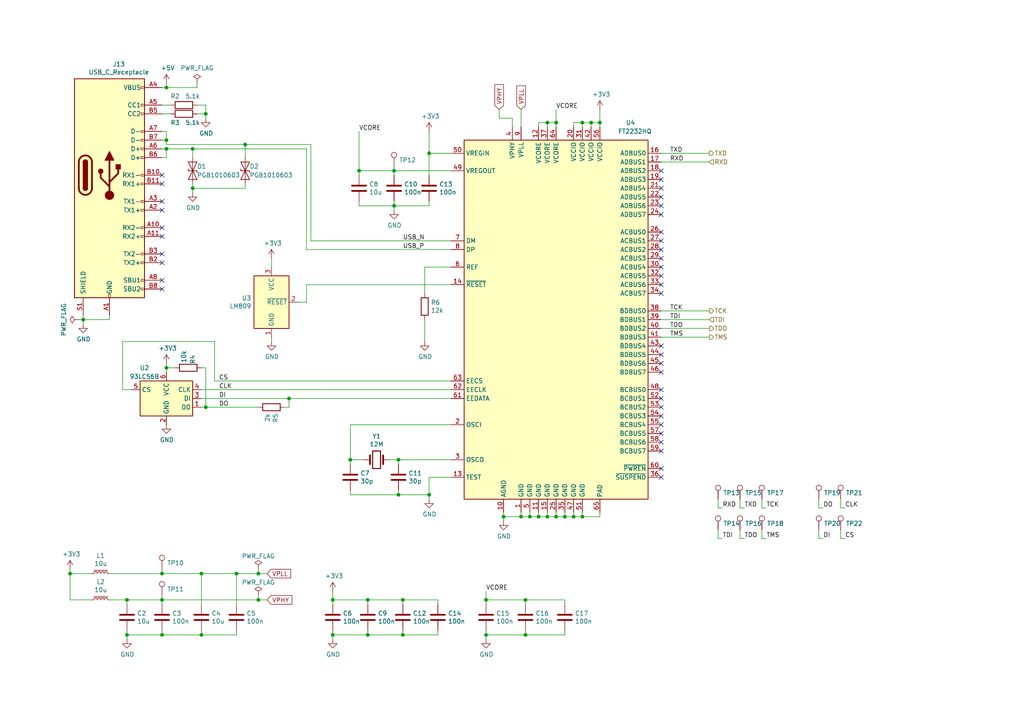
<source format=kicad_sch>
(kicad_sch (version 20211123) (generator eeschema)
  (paper "A4")
  (title_block (title "Debugger UART") (date "2022-02-28"))
  (lib_symbols
    (symbol "Connector:TestPoint" (pin_numbers hide) (pin_names (offset 0.762) hide)
      (property "Reference" "TP" (at 0 6.858 0))
      (property "Value" "Connector_TestPoint" (at 0 5.08 0))
      (symbol "TestPoint_0_1"
        (circle (center 0 3.302) (radius 0.762))
      )
      (symbol "TestPoint_1_1"
        (pin passive line (at 0 0 90) (length 2.54) (name "1") (number "1"))
      )
    )
    (symbol "Connector:USB_C_Receptacle" (pin_names (offset 1.016))
      (property "Reference" "J" (at -10.16 29.21 0))
      (property "Value" "Connector_USB_C_Receptacle" (at 10.16 29.21 0))
      (symbol "USB_C_Receptacle_0_0"
        (rectangle (start -0.254 -35.56) (end 0.254 -34.544))
        (rectangle (start 10.16 -32.766) (end 9.144 -33.274))
        (rectangle (start 10.16 -30.226) (end 9.144 -30.734))
        (rectangle (start 10.16 -25.146) (end 9.144 -25.654))
        (rectangle (start 10.16 -22.606) (end 9.144 -23.114))
        (rectangle (start 10.16 -17.526) (end 9.144 -18.034))
        (rectangle (start 10.16 -14.986) (end 9.144 -15.494))
        (rectangle (start 10.16 -9.906) (end 9.144 -10.414))
        (rectangle (start 10.16 -7.366) (end 9.144 -7.874))
        (rectangle (start 10.16 -2.286) (end 9.144 -2.794))
        (rectangle (start 10.16 0.254) (end 9.144 -0.254))
        (rectangle (start 10.16 5.334) (end 9.144 4.826))
        (rectangle (start 10.16 7.874) (end 9.144 7.366))
        (rectangle (start 10.16 10.414) (end 9.144 9.906))
        (rectangle (start 10.16 12.954) (end 9.144 12.446))
        (rectangle (start 10.16 18.034) (end 9.144 17.526))
        (rectangle (start 10.16 20.574) (end 9.144 20.066))
        (rectangle (start 10.16 25.654) (end 9.144 25.146))
      )
      (symbol "USB_C_Receptacle_0_1"
        (rectangle (start -10.16 27.94) (end 10.16 -35.56) (stroke (width 0.254)) (fill (type background)))
        (arc (start -8.89 -3.81) (mid -6.985 -5.715) (end -5.08 -3.81) (stroke (width 0.508)))
        (arc (start -7.62 -3.81) (mid -6.985 -4.445) (end -6.35 -3.81) (stroke (width 0.254)))
        (arc (start -7.62 -3.81) (mid -6.985 -4.445) (end -6.35 -3.81) (stroke (width 0.254)) (fill (type outline)))
        (rectangle (start -7.62 -3.81) (end -6.35 3.81) (stroke (width 0.254)) (fill (type outline)))
        (arc (start -6.35 3.81) (mid -6.985 4.445) (end -7.62 3.81) (stroke (width 0.254)))
        (arc (start -6.35 3.81) (mid -6.985 4.445) (end -7.62 3.81) (stroke (width 0.254)) (fill (type outline)))
        (arc (start -5.08 3.81) (mid -6.985 5.715) (end -8.89 3.81) (stroke (width 0.508)))
        (polyline (pts (xy -8.89 -3.81) (xy -8.89 3.81)) (stroke (width 0.508)))
        (polyline (pts (xy -5.08 3.81) (xy -5.08 -3.81)) (stroke (width 0.508)))
      )
      (symbol "USB_C_Receptacle_1_1"
        (circle (center -2.54 1.143) (radius 0.635) (stroke (width 0.254)) (fill (type outline)))
        (circle (center 0 -5.842) (radius 1.27) (fill (type outline)))
        (polyline (pts (xy 0 -5.842) (xy 0 4.318)) (stroke (width 0.508)))
        (polyline (pts (xy 0 -3.302) (xy -2.54 -0.762) (xy -2.54 0.508)) (stroke (width 0.508)))
        (polyline (pts (xy 0 -2.032) (xy 2.54 0.508) (xy 2.54 1.778)) (stroke (width 0.508)))
        (polyline (pts (xy -1.27 4.318) (xy 0 6.858) (xy 1.27 4.318) (xy -1.27 4.318)) (stroke (width 0.254)) (fill (type outline)))
        (rectangle (start 1.905 1.778) (end 3.175 3.048) (stroke (width 0.254)) (fill (type outline)))
        (pin power_in line (at 0 -40.64 90) (length 5.08) (name "GND") (number "A1"))
        (pin bidirectional line (at 15.24 -15.24 180) (length 5.08) (name "RX2-") (number "A10"))
        (pin bidirectional line (at 15.24 -17.78 180) (length 5.08) (name "RX2+") (number "A11"))
        (pin passive line (at 0 -40.64 90) (length 5.08) hide (name "GND") (number "A12"))
        (pin bidirectional line (at 15.24 -10.16 180) (length 5.08) (name "TX1+") (number "A2"))
        (pin bidirectional line (at 15.24 -7.62 180) (length 5.08) (name "TX1-") (number "A3"))
        (pin power_in line (at 15.24 25.4 180) (length 5.08) (name "VBUS") (number "A4"))
        (pin bidirectional line (at 15.24 20.32 180) (length 5.08) (name "CC1") (number "A5"))
        (pin bidirectional line (at 15.24 7.62 180) (length 5.08) (name "D+") (number "A6"))
        (pin bidirectional line (at 15.24 12.7 180) (length 5.08) (name "D-") (number "A7"))
        (pin bidirectional line (at 15.24 -30.48 180) (length 5.08) (name "SBU1") (number "A8"))
        (pin passive line (at 15.24 25.4 180) (length 5.08) hide (name "VBUS") (number "A9"))
        (pin passive line (at 0 -40.64 90) (length 5.08) hide (name "GND") (number "B1"))
        (pin bidirectional line (at 15.24 0 180) (length 5.08) (name "RX1-") (number "B10"))
        (pin bidirectional line (at 15.24 -2.54 180) (length 5.08) (name "RX1+") (number "B11"))
        (pin passive line (at 0 -40.64 90) (length 5.08) hide (name "GND") (number "B12"))
        (pin bidirectional line (at 15.24 -25.4 180) (length 5.08) (name "TX2+") (number "B2"))
        (pin bidirectional line (at 15.24 -22.86 180) (length 5.08) (name "TX2-") (number "B3"))
        (pin passive line (at 15.24 25.4 180) (length 5.08) hide (name "VBUS") (number "B4"))
        (pin bidirectional line (at 15.24 17.78 180) (length 5.08) (name "CC2") (number "B5"))
        (pin bidirectional line (at 15.24 5.08 180) (length 5.08) (name "D+") (number "B6"))
        (pin bidirectional line (at 15.24 10.16 180) (length 5.08) (name "D-") (number "B7"))
        (pin bidirectional line (at 15.24 -33.02 180) (length 5.08) (name "SBU2") (number "B8"))
        (pin passive line (at 15.24 25.4 180) (length 5.08) hide (name "VBUS") (number "B9"))
        (pin passive line (at -7.62 -40.64 90) (length 5.08) (name "SHIELD") (number "S1"))
      )
    )
    (symbol "Device:C" (pin_numbers hide) (pin_names (offset 0.254))
      (property "Reference" "C" (at 0.635 2.54 0))
      (property "Value" "Device_C" (at 0.635 -2.54 0))
      (symbol "C_0_1"
        (polyline (pts (xy -2.032 -0.762) (xy 2.032 -0.762)) (stroke (width 0.508)))
        (polyline (pts (xy -2.032 0.762) (xy 2.032 0.762)) (stroke (width 0.508)))
      )
      (symbol "C_1_1"
        (pin passive line (at 0 3.81 270) (length 2.794) (name "~") (number "1"))
        (pin passive line (at 0 -3.81 90) (length 2.794) (name "~") (number "2"))
      )
    )
    (symbol "Device:Crystal" (pin_numbers hide) (pin_names (offset 1.016) hide)
      (property "Reference" "Y" (at 0 3.81 0))
      (property "Value" "Device_Crystal" (at 0 -3.81 0))
      (symbol "Crystal_0_1"
        (rectangle (start -1.143 2.54) (end 1.143 -2.54) (stroke (width 0.3048)))
        (polyline (pts (xy -2.54 0) (xy -1.905 0)))
        (polyline (pts (xy -1.905 -1.27) (xy -1.905 1.27)) (stroke (width 0.508)))
        (polyline (pts (xy 1.905 -1.27) (xy 1.905 1.27)) (stroke (width 0.508)))
        (polyline (pts (xy 2.54 0) (xy 1.905 0)))
      )
      (symbol "Crystal_1_1"
        (pin passive line (at -3.81 0 0) (length 1.27) (name "1") (number "1"))
        (pin passive line (at 3.81 0 180) (length 1.27) (name "2") (number "2"))
      )
    )
    (symbol "Device:D_TVS" (pin_numbers hide) (pin_names (offset 1.016) hide)
      (property "Reference" "D" (at 0 2.54 0))
      (property "Value" "Device_D_TVS" (at 0 -2.54 0))
      (symbol "D_TVS_0_1"
        (polyline (pts (xy 1.27 0) (xy -1.27 0)))
        (polyline (pts (xy -2.54 -1.27) (xy 0 0) (xy -2.54 1.27) (xy -2.54 -1.27)) (stroke (width 0.2032)))
        (polyline (pts (xy 0.508 1.27) (xy 0 1.27) (xy 0 -1.27) (xy -0.508 -1.27)) (stroke (width 0.2032)))
        (polyline (pts (xy 2.54 1.27) (xy 2.54 -1.27) (xy 0 0) (xy 2.54 1.27)) (stroke (width 0.2032)))
      )
      (symbol "D_TVS_1_1"
        (pin passive line (at -3.81 0 0) (length 2.54) (name "A1") (number "1"))
        (pin passive line (at 3.81 0 180) (length 2.54) (name "A2") (number "2"))
      )
    )
    (symbol "Device:L_Core_Ferrite_Small" (pin_numbers hide) (pin_names (offset 0.254) hide)
      (property "Reference" "L" (at 1.27 1.016 0))
      (property "Value" "Device_L_Core_Ferrite_Small" (at 1.27 -1.27 0))
      (symbol "L_Core_Ferrite_Small_0_1"
        (arc (start 0 -2.032) (mid 0.508 -1.524) (end 0 -1.016))
        (arc (start 0 -1.016) (mid 0.508 -0.508) (end 0 0))
        (polyline (pts (xy 0.762 -1.905) (xy 0.762 -1.651)))
        (polyline (pts (xy 0.762 -1.397) (xy 0.762 -1.143)))
        (polyline (pts (xy 0.762 -0.889) (xy 0.762 -0.635)))
        (polyline (pts (xy 0.762 -0.381) (xy 0.762 -0.127)))
        (polyline (pts (xy 0.762 0.127) (xy 0.762 0.381)))
        (polyline (pts (xy 0.762 0.635) (xy 0.762 0.889)))
        (polyline (pts (xy 0.762 1.143) (xy 0.762 1.397)))
        (polyline (pts (xy 0.762 1.651) (xy 0.762 1.905)))
        (polyline (pts (xy 1.016 -1.651) (xy 1.016 -1.905)))
        (polyline (pts (xy 1.016 -1.143) (xy 1.016 -1.397)))
        (polyline (pts (xy 1.016 -0.635) (xy 1.016 -0.889)))
        (polyline (pts (xy 1.016 -0.127) (xy 1.016 -0.381)))
        (polyline (pts (xy 1.016 0.381) (xy 1.016 0.127)))
        (polyline (pts (xy 1.016 0.889) (xy 1.016 0.635)))
        (polyline (pts (xy 1.016 1.397) (xy 1.016 1.143)))
        (polyline (pts (xy 1.016 1.905) (xy 1.016 1.651)))
        (arc (start 0 0) (mid 0.508 0.508) (end 0 1.016))
        (arc (start 0 1.016) (mid 0.508 1.524) (end 0 2.032))
      )
      (symbol "L_Core_Ferrite_Small_1_1"
        (pin passive line (at 0 2.54 270) (length 0.508) (name "~") (number "1"))
        (pin passive line (at 0 -2.54 90) (length 0.508) (name "~") (number "2"))
      )
    )
    (symbol "Device:R" (pin_numbers hide) (pin_names (offset 0))
      (property "Reference" "R" (at 2.032 0 90))
      (property "Value" "Device_R" (at 0 0 90))
      (symbol "R_0_1"
        (rectangle (start -1.016 -2.54) (end 1.016 2.54) (stroke (width 0.254)))
      )
      (symbol "R_1_1"
        (pin passive line (at 0 3.81 270) (length 1.27) (name "~") (number "1"))
        (pin passive line (at 0 -3.81 90) (length 1.27) (name "~") (number "2"))
      )
    )
    (symbol "FT2232HQ:FT2232HQ"
      (property "Reference" "U" (at -26.67 53.34 0))
      (property "Value" "FT2232HQ" (at 19.05 53.34 0))
      (symbol "FT2232HQ_0_1"
        (rectangle (start -26.67 -52.07) (end 26.67 52.07) (stroke (width 0.254)) (fill (type background)))
      )
      (symbol "FT2232HQ_1_1"
        (pin power_in line (at -10.16 -55.88 90) (length 3.81) (name "GND") (number "1"))
        (pin power_in line (at -15.24 -55.88 90) (length 3.81) (name "AGND") (number "10"))
        (pin power_in line (at -5.08 -55.88 90) (length 3.81) (name "GND") (number "11"))
        (pin power_in line (at -5.08 55.88 270) (length 3.81) (name "VCORE") (number "12"))
        (pin input line (at -30.48 -45.72 0) (length 3.81) (name "TEST") (number "13"))
        (pin input line (at -30.48 10.16 0) (length 3.81) (name "~{RESET}") (number "14"))
        (pin power_in line (at -2.54 -55.88 90) (length 3.81) (name "GND") (number "15"))
        (pin bidirectional line (at 30.48 48.26 180) (length 3.81) (name "ADBUS0") (number "16"))
        (pin bidirectional line (at 30.48 45.72 180) (length 3.81) (name "ADBUS1") (number "17"))
        (pin bidirectional line (at 30.48 43.18 180) (length 3.81) (name "ADBUS2") (number "18"))
        (pin bidirectional line (at 30.48 40.64 180) (length 3.81) (name "ADBUS3") (number "19"))
        (pin input line (at -30.48 -30.48 0) (length 3.81) (name "OSCI") (number "2"))
        (pin power_in line (at 5.08 55.88 270) (length 3.81) (name "VCCIO") (number "20"))
        (pin bidirectional line (at 30.48 38.1 180) (length 3.81) (name "ADBUS4") (number "21"))
        (pin bidirectional line (at 30.48 35.56 180) (length 3.81) (name "ADBUS5") (number "22"))
        (pin bidirectional line (at 30.48 33.02 180) (length 3.81) (name "ADBUS6") (number "23"))
        (pin bidirectional line (at 30.48 30.48 180) (length 3.81) (name "ADBUS7") (number "24"))
        (pin power_in line (at 0 -55.88 90) (length 3.81) (name "GND") (number "25"))
        (pin bidirectional line (at 30.48 25.4 180) (length 3.81) (name "ACBUS0") (number "26"))
        (pin bidirectional line (at 30.48 22.86 180) (length 3.81) (name "ACBUS1") (number "27"))
        (pin bidirectional line (at 30.48 20.32 180) (length 3.81) (name "ACBUS2") (number "28"))
        (pin bidirectional line (at 30.48 17.78 180) (length 3.81) (name "ACBUS3") (number "29"))
        (pin output line (at -30.48 -40.64 0) (length 3.81) (name "OSCO") (number "3"))
        (pin bidirectional line (at 30.48 15.24 180) (length 3.81) (name "ACBUS4") (number "30"))
        (pin power_in line (at 7.62 55.88 270) (length 3.81) (name "VCCIO") (number "31"))
        (pin bidirectional line (at 30.48 12.7 180) (length 3.81) (name "ACBUS5") (number "32"))
        (pin bidirectional line (at 30.48 10.16 180) (length 3.81) (name "ACBUS6") (number "33"))
        (pin bidirectional line (at 30.48 7.62 180) (length 3.81) (name "ACBUS7") (number "34"))
        (pin power_in line (at 2.54 -55.88 90) (length 3.81) (name "GND") (number "35"))
        (pin output line (at 30.48 -45.72 180) (length 3.81) (name "~{SUSPEND}") (number "36"))
        (pin power_in line (at -2.54 55.88 270) (length 3.81) (name "VCORE") (number "37"))
        (pin bidirectional line (at 30.48 2.54 180) (length 3.81) (name "BDBUS0") (number "38"))
        (pin bidirectional line (at 30.48 0 180) (length 3.81) (name "BDBUS1") (number "39"))
        (pin power_in line (at -12.7 55.88 270) (length 3.81) (name "VPHY") (number "4"))
        (pin bidirectional line (at 30.48 -2.54 180) (length 3.81) (name "BDBUS2") (number "40"))
        (pin bidirectional line (at 30.48 -5.08 180) (length 3.81) (name "BDBUS3") (number "41"))
        (pin power_in line (at 10.16 55.88 270) (length 3.81) (name "VCCIO") (number "42"))
        (pin bidirectional line (at 30.48 -7.62 180) (length 3.81) (name "BDBUS4") (number "43"))
        (pin bidirectional line (at 30.48 -10.16 180) (length 3.81) (name "BDBUS5") (number "44"))
        (pin bidirectional line (at 30.48 -12.7 180) (length 3.81) (name "BDBUS6") (number "45"))
        (pin bidirectional line (at 30.48 -15.24 180) (length 3.81) (name "BDBUS7") (number "46"))
        (pin power_in line (at 5.08 -55.88 90) (length 3.81) (name "GND") (number "47"))
        (pin bidirectional line (at 30.48 -20.32 180) (length 3.81) (name "BCBUS0") (number "48"))
        (pin power_out line (at -30.48 43.18 0) (length 3.81) (name "VREGOUT") (number "49"))
        (pin power_in line (at -7.62 -55.88 90) (length 3.81) (name "GND") (number "5"))
        (pin power_in line (at -30.48 48.26 0) (length 3.81) (name "VREGIN") (number "50"))
        (pin power_in line (at 7.62 -55.88 90) (length 3.81) (name "GND") (number "51"))
        (pin bidirectional line (at 30.48 -22.86 180) (length 3.81) (name "BCBUS1") (number "52"))
        (pin bidirectional line (at 30.48 -25.4 180) (length 3.81) (name "BCBUS2") (number "53"))
        (pin bidirectional line (at 30.48 -27.94 180) (length 3.81) (name "BCBUS3") (number "54"))
        (pin bidirectional line (at 30.48 -30.48 180) (length 3.81) (name "BCBUS4") (number "55"))
        (pin power_in line (at 12.7 55.88 270) (length 3.81) (name "VCCIO") (number "56"))
        (pin bidirectional line (at 30.48 -33.02 180) (length 3.81) (name "BCBUS5") (number "57"))
        (pin bidirectional line (at 30.48 -35.56 180) (length 3.81) (name "BCBUS6") (number "58"))
        (pin bidirectional line (at 30.48 -38.1 180) (length 3.81) (name "BCBUS7") (number "59"))
        (pin output line (at -30.48 15.24 0) (length 3.81) (name "REF") (number "6"))
        (pin output line (at 30.48 -43.18 180) (length 3.81) (name "~{PWREN}") (number "60"))
        (pin bidirectional line (at -30.48 -22.86 0) (length 3.81) (name "EEDATA") (number "61"))
        (pin output line (at -30.48 -20.32 0) (length 3.81) (name "EECLK") (number "62"))
        (pin output line (at -30.48 -17.78 0) (length 3.81) (name "EECS") (number "63"))
        (pin power_in line (at 0 55.88 270) (length 3.81) (name "VCORE") (number "64"))
        (pin power_in line (at 12.7 -55.88 90) (length 3.81) (name "PAD") (number "65"))
        (pin bidirectional line (at -30.48 22.86 0) (length 3.81) (name "DM") (number "7"))
        (pin bidirectional line (at -30.48 20.32 0) (length 3.81) (name "DP") (number "8"))
        (pin input line (at -10.16 55.88 270) (length 3.81) (name "VPLL") (number "9"))
      )
    )
    (symbol "Memory_EEPROM:93LCxxBxxOT"
      (property "Reference" "U" (at -6.35 6.35 0))
      (property "Value" "Memory_EEPROM_93LCxxBxxOT" (at 7.62 -6.35 0))
      (symbol "93LCxxBxxOT_0_1"
        (rectangle (start -7.62 5.08) (end 7.62 -5.08) (stroke (width 0.254)) (fill (type background)))
      )
      (symbol "93LCxxBxxOT_1_1"
        (pin tri_state line (at 10.16 -2.54 180) (length 2.54) (name "DO") (number "1"))
        (pin power_in line (at 0 -7.62 90) (length 2.54) (name "GND") (number "2"))
        (pin input line (at 10.16 0 180) (length 2.54) (name "DI") (number "3"))
        (pin input line (at 10.16 2.54 180) (length 2.54) (name "CLK") (number "4"))
        (pin input line (at -10.16 2.54 0) (length 2.54) (name "CS") (number "5"))
        (pin power_in line (at 0 7.62 270) (length 2.54) (name "VCC") (number "6"))
      )
    )
    (symbol "Power_Supervisor:LM809"
      (property "Reference" "U" (at 2.54 12.7 0))
      (property "Value" "Power_Supervisor_LM809" (at 5.08 10.16 0))
      (symbol "LM809_0_1"
        (rectangle (start 5.08 7.62) (end -5.08 -7.62) (stroke (width 0.254)) (fill (type background)))
      )
      (symbol "LM809_1_1"
        (pin power_in line (at 0 -10.16 90) (length 2.54) (name "GND") (number "1"))
        (pin output line (at 7.62 0 180) (length 2.54) (name "~{RESET}") (number "2"))
        (pin power_in line (at 0 10.16 270) (length 2.54) (name "VCC") (number "3"))
      )
    )
    (symbol "power:+3.3V" (power) (pin_names (offset 0))
      (property "Value" "power_+3.3V" (at 0 3.556 0))
      (symbol "+3.3V_0_1"
        (polyline (pts (xy -0.762 1.27) (xy 0 2.54)))
        (polyline (pts (xy 0 0) (xy 0 2.54)))
        (polyline (pts (xy 0 2.54) (xy 0.762 1.27)))
      )
      (symbol "+3.3V_1_1"
        (pin power_in line (at 0 0 90) (length 0) hide (name "+3V3") (number "1"))
      )
    )
    (symbol "power:+5V" (power) (pin_names (offset 0))
      (property "Value" "power_+5V" (at 0 3.556 0))
      (symbol "+5V_0_1"
        (polyline (pts (xy -0.762 1.27) (xy 0 2.54)))
        (polyline (pts (xy 0 0) (xy 0 2.54)))
        (polyline (pts (xy 0 2.54) (xy 0.762 1.27)))
      )
      (symbol "+5V_1_1"
        (pin power_in line (at 0 0 90) (length 0) hide (name "+5V") (number "1"))
      )
    )
    (symbol "power:GND" (power) (pin_names (offset 0))
      (property "Value" "power_GND" (at 0 -3.81 0))
      (symbol "GND_0_1"
        (polyline (pts (xy 0 0) (xy 0 -1.27) (xy 1.27 -1.27) (xy 0 -2.54) (xy -1.27 -1.27) (xy 0 -1.27)))
      )
      (symbol "GND_1_1"
        (pin power_in line (at 0 0 270) (length 0) hide (name "GND") (number "1"))
      )
    )
    (symbol "power:PWR_FLAG" (power) (pin_numbers hide) (pin_names (offset 0) hide)
      (property "Value" "power_PWR_FLAG" (at 0 3.81 0))
      (symbol "PWR_FLAG_0_0"
        (pin power_out line (at 0 0 90) (length 0) (name "pwr") (number "1"))
      )
      (symbol "PWR_FLAG_0_1"
        (polyline (pts (xy 0 0) (xy 0 1.27) (xy -1.016 1.905) (xy 0 2.54) (xy 1.016 1.905) (xy 0 1.27)))
      )
    )
  )
  (junction (at 48.26 43.18))
  (junction (at 59.69 118.11))
  (junction (at 48.26 106.68))
  (junction (at 152.4 184.15))
  (junction (at 48.26 40.64))
  (junction (at 101.6 133.35))
  (junction (at 46.99 166.37))
  (junction (at 68.58 166.37))
  (junction (at 158.75 149.86))
  (junction (at 55.88 54.61))
  (junction (at 74.93 166.37))
  (junction (at 104.14 49.53))
  (junction (at 140.97 173.99))
  (junction (at 20.32 166.37))
  (junction (at 166.37 149.86))
  (junction (at 153.67 149.86))
  (junction (at 152.4 173.99))
  (junction (at 161.29 35.56))
  (junction (at 115.57 133.35))
  (junction (at 24.13 92.71))
  (junction (at 163.83 149.86))
  (junction (at 46.99 173.99))
  (junction (at 36.83 173.99))
  (junction (at 114.3 49.53))
  (junction (at 96.52 184.15))
  (junction (at 83.82 115.57))
  (junction (at 171.45 35.56))
  (junction (at 168.91 35.56))
  (junction (at 161.29 149.86))
  (junction (at 173.99 35.56))
  (junction (at 58.42 184.15))
  (junction (at 146.05 149.86))
  (junction (at 96.52 173.99))
  (junction (at 114.3 59.69))
  (junction (at 116.84 173.99))
  (junction (at 106.68 173.99))
  (junction (at 71.12 41.91))
  (junction (at 48.26 25.4))
  (junction (at 115.57 143.51))
  (junction (at 124.46 44.45))
  (junction (at 36.83 184.15))
  (junction (at 58.42 166.37))
  (junction (at 168.91 149.86))
  (junction (at 140.97 184.15))
  (junction (at 151.13 149.86))
  (junction (at 124.46 143.51))
  (junction (at 59.69 33.02))
  (junction (at 74.93 173.99))
  (junction (at 55.88 43.18))
  (junction (at 116.84 184.15))
  (junction (at 106.68 184.15))
  (junction (at 158.75 35.56))
  (junction (at 46.99 184.15))
  (junction (at 156.21 149.86))
  (no_connect (at 191.77 62.23))
  (no_connect (at 191.77 69.85))
  (no_connect (at 191.77 130.81))
  (no_connect (at 191.77 57.15))
  (no_connect (at 46.99 68.58))
  (no_connect (at 46.99 83.82))
  (no_connect (at 191.77 77.47))
  (no_connect (at 191.77 54.61))
  (no_connect (at 46.99 58.42))
  (no_connect (at 191.77 118.11))
  (no_connect (at 191.77 59.69))
  (no_connect (at 191.77 107.95))
  (no_connect (at 191.77 102.87))
  (no_connect (at 46.99 81.28))
  (no_connect (at 46.99 66.04))
  (no_connect (at 191.77 113.03))
  (no_connect (at 191.77 80.01))
  (no_connect (at 191.77 135.89))
  (no_connect (at 191.77 138.43))
  (no_connect (at 46.99 53.34))
  (no_connect (at 191.77 82.55))
  (no_connect (at 191.77 85.09))
  (no_connect (at 191.77 74.93))
  (no_connect (at 191.77 49.53))
  (no_connect (at 46.99 60.96))
  (no_connect (at 191.77 125.73))
  (no_connect (at 191.77 100.33))
  (no_connect (at 191.77 52.07))
  (no_connect (at 191.77 115.57))
  (no_connect (at 191.77 128.27))
  (no_connect (at 191.77 72.39))
  (no_connect (at 191.77 105.41))
  (no_connect (at 46.99 76.2))
  (no_connect (at 46.99 50.8))
  (no_connect (at 46.99 73.66))
  (no_connect (at 191.77 120.65))
  (no_connect (at 191.77 67.31))
  (no_connect (at 191.77 123.19))
  (wire (pts (xy 156.21 148.59) (xy 156.21 149.86)))
  (wire (pts (xy 101.6 123.19) (xy 101.6 133.35)))
  (wire (pts (xy 156.21 149.86) (xy 153.67 149.86)))
  (wire (pts (xy 20.32 173.99) (xy 26.67 173.99)))
  (wire (pts (xy 62.23 99.06) (xy 62.23 110.49)))
  (wire (pts (xy 115.57 143.51) (xy 124.46 143.51)))
  (wire (pts (xy 127 182.88) (xy 127 184.15)))
  (wire (pts (xy 214.63 156.21) (xy 215.9 156.21)))
  (wire (pts (xy 124.46 44.45) (xy 124.46 50.8)))
  (wire (pts (xy 152.4 182.88) (xy 152.4 184.15)))
  (wire (pts (xy 78.74 99.06) (xy 78.74 97.79)))
  (wire (pts (xy 71.12 41.91) (xy 71.12 45.72)))
  (wire (pts (xy 48.26 43.18) (xy 55.88 43.18)))
  (wire (pts (xy 106.68 175.26) (xy 106.68 173.99)))
  (wire (pts (xy 20.32 166.37) (xy 20.32 173.99)))
  (wire (pts (xy 46.99 33.02) (xy 49.53 33.02)))
  (wire (pts (xy 83.82 115.57) (xy 58.42 115.57)))
  (wire (pts (xy 101.6 142.24) (xy 101.6 143.51)))
  (wire (pts (xy 243.84 156.21) (xy 245.11 156.21)))
  (wire (pts (xy 123.19 92.71) (xy 123.19 99.06)))
  (wire (pts (xy 237.49 156.21) (xy 238.76 156.21)))
  (wire (pts (xy 106.68 182.88) (xy 106.68 184.15)))
  (wire (pts (xy 123.19 77.47) (xy 123.19 85.09)))
  (wire (pts (xy 124.46 44.45) (xy 124.46 38.1)))
  (wire (pts (xy 46.99 182.88) (xy 46.99 184.15)))
  (wire (pts (xy 153.67 149.86) (xy 153.67 148.59)))
  (wire (pts (xy 48.26 105.41) (xy 48.26 106.68)))
  (wire (pts (xy 24.13 91.44) (xy 24.13 92.71)))
  (wire (pts (xy 115.57 133.35) (xy 130.81 133.35)))
  (wire (pts (xy 57.15 24.13) (xy 57.15 25.4)))
  (wire (pts (xy 163.83 184.15) (xy 152.4 184.15)))
  (wire (pts (xy 58.42 113.03) (xy 130.81 113.03)))
  (wire (pts (xy 163.83 182.88) (xy 163.83 184.15)))
  (wire (pts (xy 151.13 148.59) (xy 151.13 149.86)))
  (wire (pts (xy 115.57 133.35) (xy 115.57 134.62)))
  (wire (pts (xy 114.3 49.53) (xy 104.14 49.53)))
  (wire (pts (xy 74.93 173.99) (xy 77.47 173.99)))
  (wire (pts (xy 106.68 184.15) (xy 116.84 184.15)))
  (wire (pts (xy 243.84 144.78) (xy 243.84 147.32)))
  (wire (pts (xy 148.59 34.29) (xy 144.78 34.29)))
  (wire (pts (xy 220.98 147.32) (xy 222.25 147.32)))
  (wire (pts (xy 124.46 44.45) (xy 130.81 44.45)))
  (wire (pts (xy 88.9 72.39) (xy 130.81 72.39)))
  (wire (pts (xy 168.91 149.86) (xy 166.37 149.86)))
  (wire (pts (xy 208.28 156.21) (xy 209.55 156.21)))
  (wire (pts (xy 168.91 148.59) (xy 168.91 149.86)))
  (wire (pts (xy 48.26 106.68) (xy 48.26 107.95)))
  (wire (pts (xy 46.99 38.1) (xy 48.26 38.1)))
  (wire (pts (xy 124.46 58.42) (xy 124.46 59.69)))
  (wire (pts (xy 140.97 173.99) (xy 140.97 175.26)))
  (wire (pts (xy 46.99 166.37) (xy 58.42 166.37)))
  (wire (pts (xy 163.83 173.99) (xy 163.83 175.26)))
  (wire (pts (xy 48.26 40.64) (xy 46.99 40.64)))
  (wire (pts (xy 35.56 99.06) (xy 62.23 99.06)))
  (wire (pts (xy 124.46 143.51) (xy 124.46 144.78)))
  (wire (pts (xy 115.57 142.24) (xy 115.57 143.51)))
  (wire (pts (xy 71.12 53.34) (xy 71.12 54.61)))
  (wire (pts (xy 146.05 148.59) (xy 146.05 149.86)))
  (wire (pts (xy 116.84 173.99) (xy 106.68 173.99)))
  (wire (pts (xy 96.52 173.99) (xy 96.52 171.45)))
  (wire (pts (xy 50.8 106.68) (xy 48.26 106.68)))
  (wire (pts (xy 57.15 25.4) (xy 48.26 25.4)))
  (wire (pts (xy 220.98 156.21) (xy 222.25 156.21)))
  (wire (pts (xy 152.4 173.99) (xy 163.83 173.99)))
  (wire (pts (xy 59.69 33.02) (xy 59.69 34.29)))
  (wire (pts (xy 71.12 54.61) (xy 55.88 54.61)))
  (wire (pts (xy 220.98 153.67) (xy 220.98 156.21)))
  (wire (pts (xy 46.99 43.18) (xy 48.26 43.18)))
  (wire (pts (xy 101.6 123.19) (xy 130.81 123.19)))
  (wire (pts (xy 68.58 166.37) (xy 74.93 166.37)))
  (wire (pts (xy 31.75 166.37) (xy 46.99 166.37)))
  (wire (pts (xy 208.28 153.67) (xy 208.28 156.21)))
  (wire (pts (xy 104.14 38.1) (xy 104.14 49.53)))
  (wire (pts (xy 158.75 149.86) (xy 156.21 149.86)))
  (wire (pts (xy 171.45 35.56) (xy 173.99 35.56)))
  (wire (pts (xy 208.28 147.32) (xy 208.28 144.78)))
  (wire (pts (xy 46.99 184.15) (xy 36.83 184.15)))
  (wire (pts (xy 173.99 35.56) (xy 173.99 31.75)))
  (wire (pts (xy 48.26 45.72) (xy 46.99 45.72)))
  (wire (pts (xy 220.98 144.78) (xy 220.98 147.32)))
  (wire (pts (xy 78.74 74.93) (xy 78.74 77.47)))
  (wire (pts (xy 116.84 175.26) (xy 116.84 173.99)))
  (wire (pts (xy 68.58 175.26) (xy 68.58 166.37)))
  (wire (pts (xy 59.69 106.68) (xy 59.69 118.11)))
  (wire (pts (xy 46.99 173.99) (xy 74.93 173.99)))
  (wire (pts (xy 90.17 41.91) (xy 90.17 69.85)))
  (wire (pts (xy 237.49 153.67) (xy 237.49 156.21)))
  (wire (pts (xy 114.3 50.8) (xy 114.3 49.53)))
  (wire (pts (xy 62.23 110.49) (xy 130.81 110.49)))
  (wire (pts (xy 114.3 59.69) (xy 114.3 60.96)))
  (wire (pts (xy 58.42 184.15) (xy 46.99 184.15)))
  (wire (pts (xy 114.3 49.53) (xy 130.81 49.53)))
  (wire (pts (xy 173.99 149.86) (xy 168.91 149.86)))
  (wire (pts (xy 191.77 97.79) (xy 205.74 97.79)))
  (wire (pts (xy 106.68 173.99) (xy 96.52 173.99)))
  (wire (pts (xy 74.93 166.37) (xy 77.47 166.37)))
  (wire (pts (xy 191.77 90.17) (xy 205.74 90.17)))
  (wire (pts (xy 140.97 184.15) (xy 152.4 184.15)))
  (wire (pts (xy 191.77 92.71) (xy 205.74 92.71)))
  (wire (pts (xy 74.93 165.1) (xy 74.93 166.37)))
  (wire (pts (xy 59.69 30.48) (xy 59.69 33.02)))
  (wire (pts (xy 22.86 92.71) (xy 24.13 92.71)))
  (wire (pts (xy 156.21 36.83) (xy 156.21 35.56)))
  (wire (pts (xy 101.6 133.35) (xy 105.41 133.35)))
  (wire (pts (xy 58.42 166.37) (xy 58.42 175.26)))
  (wire (pts (xy 88.9 87.63) (xy 88.9 82.55)))
  (wire (pts (xy 74.93 172.72) (xy 74.93 173.99)))
  (wire (pts (xy 151.13 149.86) (xy 146.05 149.86)))
  (wire (pts (xy 163.83 149.86) (xy 161.29 149.86)))
  (wire (pts (xy 144.78 34.29) (xy 144.78 31.75)))
  (wire (pts (xy 38.1 113.03) (xy 35.56 113.03)))
  (wire (pts (xy 158.75 35.56) (xy 161.29 35.56)))
  (wire (pts (xy 243.84 147.32) (xy 245.11 147.32)))
  (wire (pts (xy 104.14 59.69) (xy 114.3 59.69)))
  (wire (pts (xy 48.26 41.91) (xy 48.26 40.64)))
  (wire (pts (xy 31.75 92.71) (xy 24.13 92.71)))
  (wire (pts (xy 166.37 36.83) (xy 166.37 35.56)))
  (wire (pts (xy 35.56 99.06) (xy 35.56 113.03)))
  (wire (pts (xy 104.14 49.53) (xy 104.14 50.8)))
  (wire (pts (xy 36.83 184.15) (xy 36.83 185.42)))
  (wire (pts (xy 173.99 36.83) (xy 173.99 35.56)))
  (wire (pts (xy 166.37 149.86) (xy 163.83 149.86)))
  (wire (pts (xy 191.77 44.45) (xy 205.74 44.45)))
  (wire (pts (xy 57.15 33.02) (xy 59.69 33.02)))
  (wire (pts (xy 46.99 173.99) (xy 46.99 175.26)))
  (wire (pts (xy 127 184.15) (xy 116.84 184.15)))
  (wire (pts (xy 151.13 36.83) (xy 151.13 31.75)))
  (wire (pts (xy 127 173.99) (xy 116.84 173.99)))
  (wire (pts (xy 48.26 38.1) (xy 48.26 40.64)))
  (wire (pts (xy 161.29 148.59) (xy 161.29 149.86)))
  (wire (pts (xy 48.26 41.91) (xy 71.12 41.91)))
  (wire (pts (xy 140.97 171.45) (xy 140.97 173.99)))
  (wire (pts (xy 124.46 59.69) (xy 114.3 59.69)))
  (wire (pts (xy 96.52 182.88) (xy 96.52 184.15)))
  (wire (pts (xy 146.05 149.86) (xy 146.05 151.13)))
  (wire (pts (xy 173.99 148.59) (xy 173.99 149.86)))
  (wire (pts (xy 58.42 166.37) (xy 68.58 166.37)))
  (wire (pts (xy 86.36 87.63) (xy 88.9 87.63)))
  (wire (pts (xy 243.84 153.67) (xy 243.84 156.21)))
  (wire (pts (xy 124.46 138.43) (xy 124.46 143.51)))
  (wire (pts (xy 153.67 149.86) (xy 151.13 149.86)))
  (wire (pts (xy 152.4 173.99) (xy 152.4 175.26)))
  (wire (pts (xy 48.26 43.18) (xy 48.26 45.72)))
  (wire (pts (xy 237.49 147.32) (xy 238.76 147.32)))
  (wire (pts (xy 96.52 185.42) (xy 96.52 184.15)))
  (wire (pts (xy 166.37 35.56) (xy 168.91 35.56)))
  (wire (pts (xy 48.26 24.13) (xy 48.26 25.4)))
  (wire (pts (xy 55.88 54.61) (xy 55.88 55.88)))
  (wire (pts (xy 55.88 43.18) (xy 88.9 43.18)))
  (wire (pts (xy 48.26 25.4) (xy 46.99 25.4)))
  (wire (pts (xy 214.63 147.32) (xy 215.9 147.32)))
  (wire (pts (xy 156.21 35.56) (xy 158.75 35.56)))
  (wire (pts (xy 114.3 58.42) (xy 114.3 59.69)))
  (wire (pts (xy 46.99 172.72) (xy 46.99 173.99)))
  (wire (pts (xy 24.13 92.71) (xy 24.13 93.98)))
  (wire (pts (xy 82.55 118.11) (xy 83.82 118.11)))
  (wire (pts (xy 158.75 36.83) (xy 158.75 35.56)))
  (wire (pts (xy 96.52 175.26) (xy 96.52 173.99)))
  (wire (pts (xy 163.83 149.86) (xy 163.83 148.59)))
  (wire (pts (xy 49.53 30.48) (xy 46.99 30.48)))
  (wire (pts (xy 36.83 173.99) (xy 46.99 173.99)))
  (wire (pts (xy 209.55 147.32) (xy 208.28 147.32)))
  (wire (pts (xy 55.88 45.72) (xy 55.88 43.18)))
  (wire (pts (xy 36.83 182.88) (xy 36.83 184.15)))
  (wire (pts (xy 148.59 36.83) (xy 148.59 34.29)))
  (wire (pts (xy 68.58 182.88) (xy 68.58 184.15)))
  (wire (pts (xy 161.29 31.75) (xy 161.29 35.56)))
  (wire (pts (xy 20.32 165.1) (xy 20.32 166.37)))
  (wire (pts (xy 113.03 133.35) (xy 115.57 133.35)))
  (wire (pts (xy 114.3 48.26) (xy 114.3 49.53)))
  (wire (pts (xy 237.49 144.78) (xy 237.49 147.32)))
  (wire (pts (xy 88.9 43.18) (xy 88.9 72.39)))
  (wire (pts (xy 20.32 166.37) (xy 26.67 166.37)))
  (wire (pts (xy 168.91 36.83) (xy 168.91 35.56)))
  (wire (pts (xy 59.69 118.11) (xy 74.93 118.11)))
  (wire (pts (xy 127 175.26) (xy 127 173.99)))
  (wire (pts (xy 158.75 149.86) (xy 158.75 148.59)))
  (wire (pts (xy 161.29 149.86) (xy 158.75 149.86)))
  (wire (pts (xy 116.84 182.88) (xy 116.84 184.15)))
  (wire (pts (xy 101.6 143.51) (xy 115.57 143.51)))
  (wire (pts (xy 130.81 77.47) (xy 123.19 77.47)))
  (wire (pts (xy 161.29 35.56) (xy 161.29 36.83)))
  (wire (pts (xy 83.82 118.11) (xy 83.82 115.57)))
  (wire (pts (xy 166.37 148.59) (xy 166.37 149.86)))
  (wire (pts (xy 140.97 182.88) (xy 140.97 184.15)))
  (wire (pts (xy 88.9 82.55) (xy 130.81 82.55)))
  (wire (pts (xy 168.91 35.56) (xy 171.45 35.56)))
  (wire (pts (xy 214.63 153.67) (xy 214.63 156.21)))
  (wire (pts (xy 68.58 184.15) (xy 58.42 184.15)))
  (wire (pts (xy 31.75 173.99) (xy 36.83 173.99)))
  (wire (pts (xy 191.77 95.25) (xy 205.74 95.25)))
  (wire (pts (xy 58.42 182.88) (xy 58.42 184.15)))
  (wire (pts (xy 140.97 184.15) (xy 140.97 185.42)))
  (wire (pts (xy 57.15 30.48) (xy 59.69 30.48)))
  (wire (pts (xy 46.99 165.1) (xy 46.99 166.37)))
  (wire (pts (xy 140.97 173.99) (xy 152.4 173.99)))
  (wire (pts (xy 36.83 173.99) (xy 36.83 175.26)))
  (wire (pts (xy 31.75 91.44) (xy 31.75 92.71)))
  (wire (pts (xy 58.42 106.68) (xy 59.69 106.68)))
  (wire (pts (xy 104.14 58.42) (xy 104.14 59.69)))
  (wire (pts (xy 191.77 46.99) (xy 205.74 46.99)))
  (wire (pts (xy 124.46 138.43) (xy 130.81 138.43)))
  (wire (pts (xy 214.63 144.78) (xy 214.63 147.32)))
  (wire (pts (xy 83.82 115.57) (xy 130.81 115.57)))
  (wire (pts (xy 71.12 41.91) (xy 90.17 41.91)))
  (wire (pts (xy 58.42 118.11) (xy 59.69 118.11)))
  (wire (pts (xy 101.6 133.35) (xy 101.6 134.62)))
  (wire (pts (xy 96.52 184.15) (xy 106.68 184.15)))
  (wire (pts (xy 171.45 36.83) (xy 171.45 35.56)))
  (wire (pts (xy 55.88 53.34) (xy 55.88 54.61)))
  (wire (pts (xy 130.81 69.85) (xy 90.17 69.85)))
  (label "TXD" (at 215.9 147.32 0))
  (label "USB_P" (at 116.84 72.39 0))
  (label "TXD" (at 194.31 44.45 0))
  (label "CLK" (at 63.5 113.03 0))
  (label "TDO" (at 215.9 156.21 0))
  (label "VCORE" (at 140.97 171.45 0))
  (label "USB_N" (at 116.84 69.85 0))
  (label "TMS" (at 194.31 97.79 0))
  (label "RXD" (at 209.55 147.32 0))
  (label "TCK" (at 194.31 90.17 0))
  (label "TDI" (at 209.55 156.21 0))
  (label "DI" (at 238.76 156.21 0))
  (label "DO" (at 63.5 118.11 0))
  (label "TDO" (at 194.31 95.25 0))
  (label "TMS" (at 222.25 156.21 0))
  (label "VCORE" (at 161.29 31.75 0))
  (label "CS" (at 63.5 110.49 0))
  (label "RXD" (at 194.31 46.99 0))
  (label "TCK" (at 222.25 147.32 0))
  (label "CLK" (at 245.11 147.32 0))
  (label "CS" (at 245.11 156.21 0))
  (label "VCORE" (at 104.14 38.1 0))
  (label "DO" (at 238.76 147.32 0))
  (label "TDI" (at 194.31 92.71 0))
  (label "DI" (at 63.5 115.57 0))
  (global_label "VPLL" (shape input) (at 151.13 31.75 90) (property "Referenzen zwischen Schaltplänen" "${INTERSHEET_REFS}" (effects hide)))
  (global_label "VPLL" (shape input) (at 77.47 166.37 0) (property "Referenzen zwischen Schaltplänen" "${INTERSHEET_REFS}" (effects hide)))
  (global_label "VPHY" (shape input) (at 77.47 173.99 0) (property "Referenzen zwischen Schaltplänen" "${INTERSHEET_REFS}" (effects hide)))
  (global_label "VPHY" (shape input) (at 144.78 31.75 90) (property "Referenzen zwischen Schaltplänen" "${INTERSHEET_REFS}" (effects hide)))
  (hierarchical_label "TCK" (shape output) (at 205.74 90.17 0))
  (hierarchical_label "TMS" (shape output) (at 205.74 97.79 0))
  (hierarchical_label "RXD" (shape input) (at 205.74 46.99 0))
  (hierarchical_label "TXD" (shape output) (at 205.74 44.45 0))
  (hierarchical_label "TDI" (shape input) (at 205.74 92.71 0))
  (hierarchical_label "TDO" (shape output) (at 205.74 95.25 0))
  (symbol (lib_id "power:GND") (at 24.13 93.98 0) (unit 1)
    (property "Reference" "#PWR041" (effects hide))
    (property "Value" "GND" (at 24.257 98.3742 0))
  )
  (symbol (lib_id "power:+3.3V") (at 173.99 31.75 0) (unit 1)
    (property "Reference" "#PWR058" (effects hide))
    (property "Value" "+3.3V" (at 174.371 27.3558 0))
  )
  (symbol (lib_id "power:+3.3V") (at 96.52 171.45 0) (unit 1)
    (property "Reference" "#PWR050" (effects hide))
    (property "Value" "+3.3V" (at 96.901 167.0558 0))
  )
  (symbol (lib_id "power:+3.3V") (at 48.26 105.41 0) (unit 1)
    (property "Reference" "#PWR044" (effects hide))
    (property "Value" "+3.3V" (at 48.641 101.0158 0))
  )
  (symbol (lib_id "Device:D_TVS") (at 71.12 49.53 270) (unit 1)
    (property "Reference" "D2" (at 72.39 48.26 90) (effects (justify left)))
    (property "Value" "PGB1010603" (at 72.39 50.8 90) (effects (justify left)))
    (property "Footprint" "Diode_SMD:D_0603_1608Metric" (effects hide))
    (property "Lieferant" "Mouser" (effects hide))
    (property "Bestellnummer" "576-PGB1010603NRHF " (effects hide))
    (property "Url" "https://www.mouser.de/ProductDetail/Littelfuse/PGB1010603NRHF/?qs=%2Fha2pyFadughwx0xFJNw0xW%252BmMPJ1p40TQaMbmDIA2Kr98wnJNY4PZm999PxtOqO" (effects hide))
  )
  (symbol (lib_id "Device:D_TVS") (at 55.88 49.53 270) (unit 1)
    (property "Reference" "D1" (at 57.15 48.26 90) (effects (justify left)))
    (property "Value" "PGB1010603" (at 57.15 50.8 90) (effects (justify left)))
    (property "Footprint" "Diode_SMD:D_0603_1608Metric" (effects hide))
    (property "Lieferant" "Mouser" (effects hide))
    (property "Bestellnummer" "576-PGB1010603NRHF " (effects hide))
    (property "Url" "https://www.mouser.de/ProductDetail/Littelfuse/PGB1010603NRHF/?qs=%2Fha2pyFadughwx0xFJNw0xW%252BmMPJ1p40TQaMbmDIA2Kr98wnJNY4PZm999PxtOqO" (effects hide))
  )
  (symbol (lib_id "power:GND") (at 140.97 185.42 0) (unit 1)
    (property "Reference" "#PWR056" (effects hide))
    (property "Value" "GND" (at 141.097 189.8142 0))
  )
  (symbol (lib_id "power:GND") (at 96.52 185.42 0) (unit 1)
    (property "Reference" "#PWR051" (effects hide))
    (property "Value" "GND" (at 96.647 189.8142 0))
  )
  (symbol (lib_id "Memory_EEPROM:93LCxxBxxOT") (at 48.26 115.57 0) (unit 1)
    (property "Reference" "U2" (at 41.91 106.68 0))
    (property "Value" "93LC56B" (at 41.91 109.22 0))
    (property "Footprint" "Package_TO_SOT_SMD:SOT-23-6" (effects hide))
    (property "Datasheet" "http://ww1.microchip.com/downloads/en/DeviceDoc/20001749K.pdf" (effects hide))
    (property "Lieferant" "Mouser" (effects hide))
    (property "Bestellnummer" "579-93LC56BT-I/OT" (effects hide))
    (property "Url" "https://www.mouser.de/ProductDetail/Microchip-Technology/93LC56BT-I-OT/?qs=%2Fha2pyFadugFVX7%2Fkebss2ih2bBDBDnxlpM25xrtZvH3B40grcYCvA%3D%3D" (effects hide))
  )
  (symbol (lib_id "power:GND") (at 55.88 55.88 0) (unit 1)
    (property "Reference" "#PWR046" (effects hide))
    (property "Value" "GND" (at 56.007 60.2742 0))
  )
  (symbol (lib_id "Device:R") (at 123.19 88.9 0) (unit 1)
    (property "Reference" "R6" (at 124.968 87.7316 0) (effects (justify left)))
    (property "Value" "12k" (at 124.968 90.043 0) (effects (justify left)))
    (property "Footprint" "Resistor_SMD:R_0603_1608Metric" (effects hide))
  )
  (symbol (lib_id "Device:R") (at 78.74 118.11 270) (unit 1)
    (property "Reference" "R5" (at 79.9084 119.888 0) (effects (justify left)))
    (property "Value" "2k" (at 77.597 119.888 0) (effects (justify left)))
    (property "Footprint" "Resistor_SMD:R_0603_1608Metric" (effects hide))
  )
  (symbol (lib_id "power:GND") (at 48.26 123.19 0) (unit 1)
    (property "Reference" "#PWR045" (effects hide))
    (property "Value" "GND" (at 48.387 127.5842 0))
  )
  (symbol (lib_id "Device:C") (at 124.46 54.61 0) (unit 1)
    (property "Reference" "C13" (at 127.381 53.4416 0) (effects (justify left)))
    (property "Value" "100n" (at 127.381 55.753 0) (effects (justify left)))
    (property "Footprint" "Capacitor_SMD:C_0603_1608Metric" (effects hide))
  )
  (symbol (lib_id "Device:C") (at 114.3 54.61 0) (unit 1)
    (property "Reference" "C10" (at 117.221 53.4416 0) (effects (justify left)))
    (property "Value" "100n" (at 117.221 55.753 0) (effects (justify left)))
    (property "Footprint" "Capacitor_SMD:C_0603_1608Metric" (effects hide))
  )
  (symbol (lib_id "Device:C") (at 104.14 54.61 0) (unit 1)
    (property "Reference" "C8" (at 107.061 53.4416 0) (effects (justify left)))
    (property "Value" "10u" (at 107.061 55.753 0) (effects (justify left)))
    (property "Footprint" "Capacitor_SMD:C_0603_1608Metric" (effects hide))
    (property "Lieferant" "Mouser" (effects hide))
    (property "Bestellnummer" "963-GMK107BBJ475KA-T" (effects hide))
    (property "Url" "https://www.mouser.de/ProductDetail/Taiyo-Yuden/GMK107BBJ475KA-T/?qs=%2Fha2pyFadugfgsXIlkotQ35AD3ne621I1MSZNVbMsIejWIrBcvQl4hNYahLfVeFF" (effects hide))
  )
  (symbol (lib_id "Device:R") (at 54.61 106.68 270) (unit 1)
    (property "Reference" "R4" (at 55.88 102.87 0) (effects (justify left)))
    (property "Value" "10k" (at 53.34 101.6 0) (effects (justify left)))
    (property "Footprint" "Resistor_SMD:R_0603_1608Metric" (effects hide))
  )
  (symbol (lib_id "power:GND") (at 114.3 60.96 0) (unit 1)
    (property "Reference" "#PWR052" (effects hide))
    (property "Value" "GND" (at 114.427 65.3542 0))
  )
  (symbol (lib_id "power:+3.3V") (at 124.46 38.1 0) (unit 1)
    (property "Reference" "#PWR054" (effects hide))
    (property "Value" "+3.3V" (at 124.841 33.7058 0))
  )
  (symbol (lib_id "Device:Crystal") (at 109.22 133.35 0) (unit 1)
    (property "Reference" "Y1" (at 109.22 126.5428 0))
    (property "Value" "12M" (at 109.22 128.8542 0))
    (property "Footprint" "Crystal:Crystal_SMD_5032-2Pin_5.0x3.2mm" (effects hide))
    (property "Datasheet" "https://www.mouser.ch/datasheet/2/115/diodes_inc_diod-s-a0003385864-1-1749043.pdf" (effects hide))
    (property "Lieferant" "Mouser" (effects hide))
    (property "Bestellnummer" "729-F91200083 " (effects hide))
    (property "Url" "https://www.mouser.de/ProductDetail/Diodes-Incorporated/F91200083/?qs=%2Fha2pyFaduhf4hYGvekZYKr%2FzFT1chlDDHonGX%2FnDMXTmUjWDNp4bA%3D%3D" (effects hide))
  )
  (symbol (lib_id "Device:C") (at 96.52 179.07 0) (unit 1)
    (property "Reference" "C6" (at 99.441 177.9016 0) (effects (justify left)))
    (property "Value" "100n" (at 99.441 180.213 0) (effects (justify left)))
    (property "Footprint" "Capacitor_SMD:C_0603_1608Metric" (effects hide))
  )
  (symbol (lib_id "power:GND") (at 124.46 144.78 0) (unit 1)
    (property "Reference" "#PWR055" (effects hide))
    (property "Value" "GND" (at 124.587 149.1742 0))
  )
  (symbol (lib_id "Device:C") (at 101.6 138.43 0) (unit 1)
    (property "Reference" "C7" (at 104.521 137.2616 0) (effects (justify left)))
    (property "Value" "30p" (at 104.521 139.573 0) (effects (justify left)))
    (property "Footprint" "Capacitor_SMD:C_0603_1608Metric" (effects hide))
    (property "Lieferant" "Mouser" (effects hide))
    (property "Bestellnummer" "581-06035A300J " (effects hide))
    (property "Url" "https://www.mouser.de/ProductDetail/AVX/06035A300JAT2A/?qs=yuhjMS%2FIYxYp690hzqRzIg%3D%3D" (effects hide))
  )
  (symbol (lib_id "power:GND") (at 123.19 99.06 0) (unit 1)
    (property "Reference" "#PWR053" (effects hide))
    (property "Value" "GND" (at 123.317 103.4542 0))
  )
  (symbol (lib_id "Device:C") (at 106.68 179.07 0) (unit 1)
    (property "Reference" "C9" (at 109.601 177.9016 0) (effects (justify left)))
    (property "Value" "100n" (at 109.601 180.213 0) (effects (justify left)))
    (property "Footprint" "Capacitor_SMD:C_0603_1608Metric" (effects hide))
  )
  (symbol (lib_id "Device:C") (at 116.84 179.07 0) (unit 1)
    (property "Reference" "C12" (at 119.761 177.9016 0) (effects (justify left)))
    (property "Value" "100n" (at 119.761 180.213 0) (effects (justify left)))
    (property "Footprint" "Capacitor_SMD:C_0603_1608Metric" (effects hide))
  )
  (symbol (lib_id "Device:C") (at 127 179.07 0) (unit 1)
    (property "Reference" "C14" (at 129.921 177.9016 0) (effects (justify left)))
    (property "Value" "100n" (at 129.921 180.213 0) (effects (justify left)))
    (property "Footprint" "Capacitor_SMD:C_0603_1608Metric" (effects hide))
  )
  (symbol (lib_id "Device:C") (at 152.4 179.07 0) (unit 1)
    (property "Reference" "C16" (at 155.321 177.9016 0) (effects (justify left)))
    (property "Value" "100n" (at 155.321 180.213 0) (effects (justify left)))
    (property "Footprint" "Capacitor_SMD:C_0603_1608Metric" (effects hide))
  )
  (symbol (lib_id "Device:C") (at 163.83 179.07 0) (unit 1)
    (property "Reference" "C17" (at 166.751 177.9016 0) (effects (justify left)))
    (property "Value" "100n" (at 166.751 180.213 0) (effects (justify left)))
    (property "Footprint" "Capacitor_SMD:C_0603_1608Metric" (effects hide))
  )
  (symbol (lib_id "Device:C") (at 140.97 179.07 0) (unit 1)
    (property "Reference" "C15" (at 143.891 177.9016 0) (effects (justify left)))
    (property "Value" "100n" (at 143.891 180.213 0) (effects (justify left)))
    (property "Footprint" "Capacitor_SMD:C_0603_1608Metric" (effects hide))
  )
  (symbol (lib_id "power:+3.3V") (at 78.74 74.93 0) (unit 1)
    (property "Reference" "#PWR048" (effects hide))
    (property "Value" "+3.3V" (at 79.121 70.5358 0))
  )
  (symbol (lib_id "Device:C") (at 115.57 138.43 0) (unit 1)
    (property "Reference" "C11" (at 118.491 137.2616 0) (effects (justify left)))
    (property "Value" "30p" (at 118.491 139.573 0) (effects (justify left)))
    (property "Footprint" "Capacitor_SMD:C_0603_1608Metric" (effects hide))
    (property "Lieferant" "Mouser" (effects hide))
    (property "Bestellnummer" "581-06035A300J " (effects hide))
    (property "Url" "https://www.mouser.de/ProductDetail/AVX/06035A300JAT2A/?qs=yuhjMS%2FIYxYp690hzqRzIg%3D%3D" (effects hide))
  )
  (symbol (lib_id "Power_Supervisor:LM809") (at 78.74 87.63 0) (unit 1)
    (property "Reference" "U3" (at 72.898 86.4616 0) (effects (justify right)))
    (property "Value" "LM809" (at 72.898 88.773 0) (effects (justify right)))
    (property "Footprint" "Package_TO_SOT_SMD:SOT-23" (effects hide))
    (property "Datasheet" "http://www.ti.com/lit/ds/symlink/lm809.pdf" (effects hide))
    (property "Lieferant" "Mouser" (effects hide))
    (property "Bestellnummer" "926-LM809M3-3.08NOPB " (effects hide))
    (property "Url" "https://www.mouser.de/ProductDetail/Texas-Instruments/LM809M3-308-NOPB/?qs=QbsRYf82W3GRzqP%252Bd94DWw%3D%3D" (effects hide))
  )
  (symbol (lib_id "Device:L_Core_Ferrite_Small") (at 29.21 166.37 90) (unit 1)
    (property "Reference" "L1" (at 29.21 161.163 90))
    (property "Value" "10u" (at 29.21 163.4744 90))
    (property "Footprint" "Inductor_SMD:L_1008_2520Metric" (effects hide))
    (property "Lieferant" "Mouser" (effects hide))
    (property "Bestellnummer" "710-74479887310A" (effects hide))
  )
  (symbol (lib_id "Device:L_Core_Ferrite_Small") (at 29.21 173.99 90) (unit 1)
    (property "Reference" "L2" (at 29.21 168.783 90))
    (property "Value" "10u" (at 29.21 171.0944 90))
    (property "Footprint" "Inductor_SMD:L_1008_2520Metric" (effects hide))
    (property "Lieferant" "Mouser" (effects hide))
    (property "Bestellnummer" "710-74479887310A" (effects hide))
  )
  (symbol (lib_id "Device:C") (at 36.83 179.07 0) (unit 1)
    (property "Reference" "C2" (at 39.751 177.9016 0) (effects (justify left)))
    (property "Value" "10u" (at 39.751 180.213 0) (effects (justify left)))
    (property "Footprint" "Capacitor_SMD:C_0603_1608Metric" (effects hide))
  )
  (symbol (lib_id "Device:C") (at 46.99 179.07 0) (unit 1)
    (property "Reference" "C3" (at 49.911 177.9016 0) (effects (justify left)))
    (property "Value" "100n" (at 49.911 180.213 0) (effects (justify left)))
    (property "Footprint" "Capacitor_SMD:C_0603_1608Metric" (effects hide))
  )
  (symbol (lib_id "Device:C") (at 58.42 179.07 0) (unit 1)
    (property "Reference" "C4" (at 61.341 177.9016 0) (effects (justify left)))
    (property "Value" "10u" (at 61.341 180.213 0) (effects (justify left)))
    (property "Footprint" "Capacitor_SMD:C_0603_1608Metric" (effects hide))
  )
  (symbol (lib_id "Device:C") (at 68.58 179.07 0) (unit 1)
    (property "Reference" "C5" (at 71.501 177.9016 0) (effects (justify left)))
    (property "Value" "100n" (at 71.501 180.213 0) (effects (justify left)))
    (property "Footprint" "Capacitor_SMD:C_0603_1608Metric" (effects hide))
  )
  (symbol (lib_id "power:+3.3V") (at 20.32 165.1 0) (unit 1)
    (property "Reference" "#PWR040" (effects hide))
    (property "Value" "+3.3V" (at 20.701 160.7058 0))
  )
  (symbol (lib_id "power:PWR_FLAG") (at 74.93 172.72 0) (unit 1)
    (property "Reference" "#FLG04" (effects hide))
    (property "Value" "PWR_FLAG" (at 74.93 168.91 0))
  )
  (symbol (lib_id "power:PWR_FLAG") (at 74.93 165.1 0) (unit 1)
    (property "Reference" "#FLG03" (effects hide))
    (property "Value" "PWR_FLAG" (at 74.93 161.29 0))
  )
  (symbol (lib_id "power:GND") (at 36.83 185.42 0) (unit 1)
    (property "Reference" "#PWR042" (effects hide))
    (property "Value" "GND" (at 36.957 189.8142 0))
  )
  (symbol (lib_id "power:GND") (at 146.05 151.13 0) (unit 1)
    (property "Reference" "#PWR057" (effects hide))
    (property "Value" "GND" (at 146.177 155.5242 0))
  )
  (symbol (lib_id "power:PWR_FLAG") (at 57.15 24.13 0) (unit 1)
    (property "Reference" "#FLG02" (effects hide))
    (property "Value" "PWR_FLAG" (at 57.15 19.7358 0))
  )
  (symbol (lib_id "Device:R") (at 53.34 30.48 270) (unit 1)
    (property "Reference" "R2" (at 50.8 27.94 90))
    (property "Value" "5.1k" (at 55.88 27.94 90))
    (property "Footprint" "Resistor_SMD:R_0603_1608Metric" (effects hide))
  )
  (symbol (lib_id "Device:R") (at 53.34 33.02 270) (unit 1)
    (property "Reference" "R3" (at 50.8 35.56 90))
    (property "Value" "5.1k" (at 55.88 35.56 90))
    (property "Footprint" "Resistor_SMD:R_0603_1608Metric" (effects hide))
  )
  (symbol (lib_id "power:GND") (at 59.69 34.29 0) (unit 1)
    (property "Reference" "#PWR047" (effects hide))
    (property "Value" "GND" (at 59.817 38.6842 0))
  )
  (symbol (lib_id "power:GND") (at 78.74 99.06 0) (unit 1)
    (property "Reference" "#PWR049" (effects hide))
    (property "Value" "GND" (at 78.867 103.4542 0))
  )
  (symbol (lib_id "Connector:TestPoint") (at 114.3 48.26 0) (unit 1)
    (property "Reference" "TP12" (at 115.7732 46.4312 0) (effects (justify left)))
    (property "Value" "TestPoint" (effects hide))
    (property "Footprint" "TestPoint:TestPoint_THTPad_D1.5mm_Drill0.7mm" (effects hide))
  )
  (symbol (lib_id "Connector:TestPoint") (at 46.99 165.1 0) (unit 1)
    (property "Reference" "TP10" (at 48.4632 163.2712 0) (effects (justify left)))
    (property "Value" "TestPoint" (effects hide))
    (property "Footprint" "TestPoint:TestPoint_THTPad_D1.5mm_Drill0.7mm" (effects hide))
  )
  (symbol (lib_id "Connector:TestPoint") (at 46.99 172.72 0) (unit 1)
    (property "Reference" "TP11" (at 48.4632 170.8912 0) (effects (justify left)))
    (property "Value" "TestPoint" (effects hide))
    (property "Footprint" "TestPoint:TestPoint_THTPad_D1.5mm_Drill0.7mm" (effects hide))
  )
  (symbol (lib_id "Connector:TestPoint") (at 214.63 144.78 0) (unit 1)
    (property "Reference" "TP15" (at 216.1032 142.9512 0) (effects (justify left)))
    (property "Value" "TestPoint" (effects hide))
    (property "Footprint" "TestPoint:TestPoint_THTPad_D1.5mm_Drill0.7mm" (effects hide))
  )
  (symbol (lib_id "Connector:TestPoint") (at 208.28 144.78 0) (unit 1)
    (property "Reference" "TP13" (at 209.7532 142.9512 0) (effects (justify left)))
    (property "Value" "TestPoint" (effects hide))
    (property "Footprint" "TestPoint:TestPoint_THTPad_D1.5mm_Drill0.7mm" (effects hide))
  )
  (symbol (lib_id "Connector:TestPoint") (at 220.98 144.78 0) (unit 1)
    (property "Reference" "TP17" (at 222.4532 142.9512 0) (effects (justify left)))
    (property "Value" "TestPoint" (effects hide))
    (property "Footprint" "TestPoint:TestPoint_THTPad_D1.5mm_Drill0.7mm" (effects hide))
  )
  (symbol (lib_id "Connector:TestPoint") (at 220.98 153.67 0) (unit 1)
    (property "Reference" "TP18" (at 222.4532 151.8412 0) (effects (justify left)))
    (property "Value" "TestPoint" (effects hide))
    (property "Footprint" "TestPoint:TestPoint_THTPad_D1.5mm_Drill0.7mm" (effects hide))
  )
  (symbol (lib_id "Connector:TestPoint") (at 214.63 153.67 0) (unit 1)
    (property "Reference" "TP16" (at 216.1032 151.8412 0) (effects (justify left)))
    (property "Value" "TestPoint" (effects hide))
    (property "Footprint" "TestPoint:TestPoint_THTPad_D1.5mm_Drill0.7mm" (effects hide))
  )
  (symbol (lib_id "Connector:TestPoint") (at 208.28 153.67 0) (unit 1)
    (property "Reference" "TP14" (at 209.7532 151.8412 0) (effects (justify left)))
    (property "Value" "TestPoint" (effects hide))
    (property "Footprint" "TestPoint:TestPoint_THTPad_D1.5mm_Drill0.7mm" (effects hide))
  )
  (symbol (lib_id "Connector:TestPoint") (at 237.49 144.78 0) (unit 1)
    (property "Reference" "TP19" (at 238.9632 142.9512 0) (effects (justify left)))
    (property "Value" "TestPoint" (effects hide))
    (property "Footprint" "TestPoint:TestPoint_THTPad_D1.5mm_Drill0.7mm" (effects hide))
  )
  (symbol (lib_id "Connector:TestPoint") (at 243.84 144.78 0) (unit 1)
    (property "Reference" "TP21" (at 245.3132 142.9512 0) (effects (justify left)))
    (property "Value" "TestPoint" (effects hide))
    (property "Footprint" "TestPoint:TestPoint_THTPad_D1.5mm_Drill0.7mm" (effects hide))
  )
  (symbol (lib_id "Connector:TestPoint") (at 237.49 153.67 0) (unit 1)
    (property "Reference" "TP20" (at 238.9632 151.8412 0) (effects (justify left)))
    (property "Value" "TestPoint" (effects hide))
    (property "Footprint" "TestPoint:TestPoint_THTPad_D1.5mm_Drill0.7mm" (effects hide))
  )
  (symbol (lib_id "Connector:TestPoint") (at 243.84 153.67 0) (unit 1)
    (property "Reference" "TP22" (at 245.3132 151.8412 0) (effects (justify left)))
    (property "Value" "TestPoint" (effects hide))
    (property "Footprint" "TestPoint:TestPoint_THTPad_D1.5mm_Drill0.7mm" (effects hide))
  )
  (symbol (lib_id "Connector:USB_C_Receptacle") (at 31.75 50.8 0) (unit 1)
    (property "Reference" "J13" (at 34.4678 18.6182 0))
    (property "Value" "USB_C_Receptacle" (at 34.4678 20.9296 0))
    (property "Footprint" "Connector_USB:USB_C_Receptacle_Amphenol_12401610E4-2A_CircularHoles" (effects hide))
    (property "Datasheet" "https://www.usb.org/sites/default/files/documents/usb_type-c.zip" (effects hide))
    (property "Lieferant" "Mouser" (effects hide))
    (property "Bestellnummer" "523-12401832E402A" (effects hide))
  )
  (symbol (lib_id "power:+5V") (at 48.26 24.13 0) (unit 1)
    (property "Reference" "#PWR043" (effects hide))
    (property "Value" "+5V" (at 48.641 19.7358 0))
  )
  (symbol (lib_id "FT2232HQ:FT2232HQ") (at 161.29 92.71 0) (unit 1)
    (property "Reference" "U4" (at 182.88 35.56 0))
    (property "Value" "FT2232HQ" (at 184.15 38.1 0))
    (property "Footprint" "Package_DFN_QFN:QFN-64-1EP_9x9mm_P0.5mm_EP4.35x4.35mm" (effects hide))
    (property "Datasheet" "https://www.mouser.ch/datasheet/2/163/DS_FT2232H-1621240.pdf" (effects hide))
    (property "Lieferant" "Mouser" (effects hide))
    (property "Bestellnummer" "895-FT2232HQ" (effects hide))
  )
  (symbol (lib_id "power:PWR_FLAG") (at 22.86 92.71 90) (unit 1)
    (property "Reference" "#FLG01" (effects hide))
    (property "Value" "PWR_FLAG" (at 18.4658 92.71 0))
  )
)
</source>
